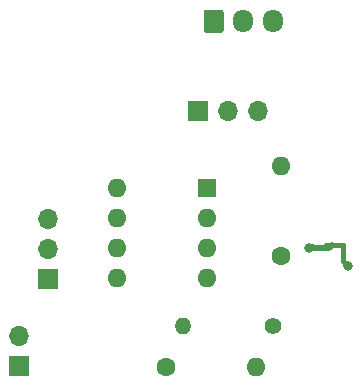
<source format=gbr>
G04 #@! TF.GenerationSoftware,KiCad,Pcbnew,(5.1.5)-3*
G04 #@! TF.CreationDate,2020-03-07T17:44:20+00:00*
G04 #@! TF.ProjectId,DigiSpark v3,44696769-5370-4617-926b-2076332e6b69,rev?*
G04 #@! TF.SameCoordinates,PX291b638PY79240f8*
G04 #@! TF.FileFunction,Copper,L2,Bot*
G04 #@! TF.FilePolarity,Positive*
%FSLAX46Y46*%
G04 Gerber Fmt 4.6, Leading zero omitted, Abs format (unit mm)*
G04 Created by KiCad (PCBNEW (5.1.5)-3) date 2020-03-07 17:44:20*
%MOMM*%
%LPD*%
G04 APERTURE LIST*
%ADD10R,1.700000X1.700000*%
%ADD11O,1.700000X1.700000*%
%ADD12C,0.100000*%
%ADD13O,1.700000X1.950000*%
%ADD14C,1.400000*%
%ADD15O,1.400000X1.400000*%
%ADD16C,1.600000*%
%ADD17O,1.600000X1.600000*%
%ADD18R,1.600000X1.600000*%
%ADD19C,0.800000*%
%ADD20C,0.400000*%
%ADD21C,0.500000*%
G04 APERTURE END LIST*
D10*
X11861800Y13766800D03*
D11*
X11861800Y16306800D03*
X11861800Y18846800D03*
X29641800Y27914600D03*
X27101800Y27914600D03*
D10*
X24561800Y27914600D03*
G04 #@! TA.AperFunction,ComponentPad*
D12*
G36*
X26507104Y36533796D02*
G01*
X26531373Y36530196D01*
X26555171Y36524235D01*
X26578271Y36515970D01*
X26600449Y36505480D01*
X26621493Y36492867D01*
X26641198Y36478253D01*
X26659377Y36461777D01*
X26675853Y36443598D01*
X26690467Y36423893D01*
X26703080Y36402849D01*
X26713570Y36380671D01*
X26721835Y36357571D01*
X26727796Y36333773D01*
X26731396Y36309504D01*
X26732600Y36285000D01*
X26732600Y34835000D01*
X26731396Y34810496D01*
X26727796Y34786227D01*
X26721835Y34762429D01*
X26713570Y34739329D01*
X26703080Y34717151D01*
X26690467Y34696107D01*
X26675853Y34676402D01*
X26659377Y34658223D01*
X26641198Y34641747D01*
X26621493Y34627133D01*
X26600449Y34614520D01*
X26578271Y34604030D01*
X26555171Y34595765D01*
X26531373Y34589804D01*
X26507104Y34586204D01*
X26482600Y34585000D01*
X25282600Y34585000D01*
X25258096Y34586204D01*
X25233827Y34589804D01*
X25210029Y34595765D01*
X25186929Y34604030D01*
X25164751Y34614520D01*
X25143707Y34627133D01*
X25124002Y34641747D01*
X25105823Y34658223D01*
X25089347Y34676402D01*
X25074733Y34696107D01*
X25062120Y34717151D01*
X25051630Y34739329D01*
X25043365Y34762429D01*
X25037404Y34786227D01*
X25033804Y34810496D01*
X25032600Y34835000D01*
X25032600Y36285000D01*
X25033804Y36309504D01*
X25037404Y36333773D01*
X25043365Y36357571D01*
X25051630Y36380671D01*
X25062120Y36402849D01*
X25074733Y36423893D01*
X25089347Y36443598D01*
X25105823Y36461777D01*
X25124002Y36478253D01*
X25143707Y36492867D01*
X25164751Y36505480D01*
X25186929Y36515970D01*
X25210029Y36524235D01*
X25233827Y36530196D01*
X25258096Y36533796D01*
X25282600Y36535000D01*
X26482600Y36535000D01*
X26507104Y36533796D01*
G37*
G04 #@! TD.AperFunction*
D13*
X28382600Y35560000D03*
X30882600Y35560000D03*
D10*
X9372600Y6400800D03*
D11*
X9372600Y8940800D03*
D14*
X30937200Y9753600D03*
D15*
X23317200Y9753600D03*
D16*
X31572200Y15671800D03*
D17*
X31572200Y23291800D03*
X29464000Y6248400D03*
D16*
X21844000Y6248400D03*
D18*
X25298400Y21412200D03*
D17*
X17678400Y13792200D03*
X25298400Y18872200D03*
X17678400Y16332200D03*
X25298400Y16332200D03*
X17678400Y18872200D03*
X25298400Y13792200D03*
X17678400Y21412200D03*
D19*
X37236400Y14859000D03*
X33985200Y16357600D03*
D20*
X36836401Y15258999D02*
X36836401Y16605199D01*
X37236400Y14859000D02*
X36836401Y15258999D01*
X34181999Y16503599D02*
X34036000Y16357600D01*
X34036000Y16357600D02*
X33985200Y16357600D01*
D21*
X35623602Y16357600D02*
X33985200Y16357600D01*
X35871201Y16605199D02*
X35623602Y16357600D01*
D20*
X35871201Y16605199D02*
X35401199Y16605199D01*
X36836401Y16605199D02*
X35871201Y16605199D01*
M02*

</source>
